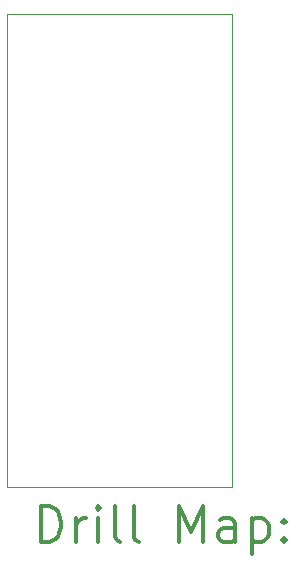
<source format=gbr>
%FSLAX45Y45*%
G04 Gerber Fmt 4.5, Leading zero omitted, Abs format (unit mm)*
G04 Created by KiCad (PCBNEW (5.1.9)-1) date 2021-11-21 23:01:41*
%MOMM*%
%LPD*%
G01*
G04 APERTURE LIST*
%TA.AperFunction,Profile*%
%ADD10C,0.050000*%
%TD*%
%ADD11C,0.200000*%
%ADD12C,0.300000*%
G04 APERTURE END LIST*
D10*
X13900000Y-9900000D02*
X13900000Y-5900000D01*
X15800000Y-9900000D02*
X13900000Y-9900000D01*
X15800000Y-5900000D02*
X15800000Y-9900000D01*
X13900000Y-5900000D02*
X15800000Y-5900000D01*
D11*
D12*
X14183928Y-10368214D02*
X14183928Y-10068214D01*
X14255357Y-10068214D01*
X14298214Y-10082500D01*
X14326786Y-10111072D01*
X14341071Y-10139643D01*
X14355357Y-10196786D01*
X14355357Y-10239643D01*
X14341071Y-10296786D01*
X14326786Y-10325357D01*
X14298214Y-10353929D01*
X14255357Y-10368214D01*
X14183928Y-10368214D01*
X14483928Y-10368214D02*
X14483928Y-10168214D01*
X14483928Y-10225357D02*
X14498214Y-10196786D01*
X14512500Y-10182500D01*
X14541071Y-10168214D01*
X14569643Y-10168214D01*
X14669643Y-10368214D02*
X14669643Y-10168214D01*
X14669643Y-10068214D02*
X14655357Y-10082500D01*
X14669643Y-10096786D01*
X14683928Y-10082500D01*
X14669643Y-10068214D01*
X14669643Y-10096786D01*
X14855357Y-10368214D02*
X14826786Y-10353929D01*
X14812500Y-10325357D01*
X14812500Y-10068214D01*
X15012500Y-10368214D02*
X14983928Y-10353929D01*
X14969643Y-10325357D01*
X14969643Y-10068214D01*
X15355357Y-10368214D02*
X15355357Y-10068214D01*
X15455357Y-10282500D01*
X15555357Y-10068214D01*
X15555357Y-10368214D01*
X15826786Y-10368214D02*
X15826786Y-10211072D01*
X15812500Y-10182500D01*
X15783928Y-10168214D01*
X15726786Y-10168214D01*
X15698214Y-10182500D01*
X15826786Y-10353929D02*
X15798214Y-10368214D01*
X15726786Y-10368214D01*
X15698214Y-10353929D01*
X15683928Y-10325357D01*
X15683928Y-10296786D01*
X15698214Y-10268214D01*
X15726786Y-10253929D01*
X15798214Y-10253929D01*
X15826786Y-10239643D01*
X15969643Y-10168214D02*
X15969643Y-10468214D01*
X15969643Y-10182500D02*
X15998214Y-10168214D01*
X16055357Y-10168214D01*
X16083928Y-10182500D01*
X16098214Y-10196786D01*
X16112500Y-10225357D01*
X16112500Y-10311072D01*
X16098214Y-10339643D01*
X16083928Y-10353929D01*
X16055357Y-10368214D01*
X15998214Y-10368214D01*
X15969643Y-10353929D01*
X16241071Y-10339643D02*
X16255357Y-10353929D01*
X16241071Y-10368214D01*
X16226786Y-10353929D01*
X16241071Y-10339643D01*
X16241071Y-10368214D01*
X16241071Y-10182500D02*
X16255357Y-10196786D01*
X16241071Y-10211072D01*
X16226786Y-10196786D01*
X16241071Y-10182500D01*
X16241071Y-10211072D01*
M02*

</source>
